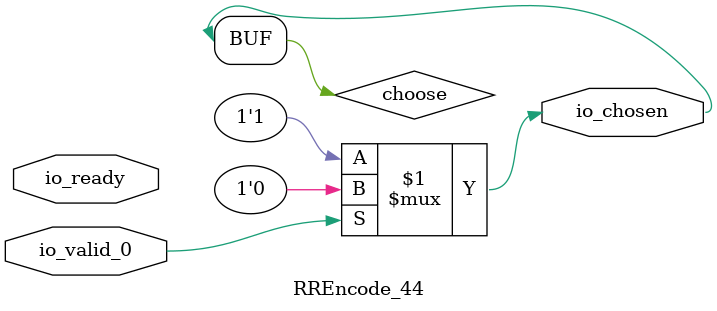
<source format=v>
module RREncode_44(
    input  io_valid_0,
    output io_chosen,
    input  io_ready);
  wire choose;
  assign io_chosen = choose;
  assign choose = io_valid_0 ? 1'h0 : 1'h1;
endmodule
</source>
